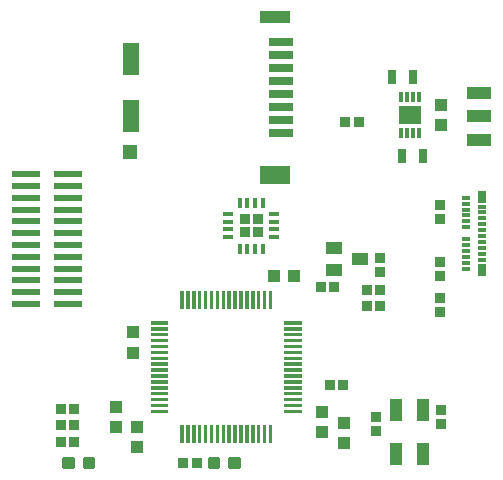
<source format=gbr>
G04 EAGLE Gerber RS-274X export*
G75*
%MOMM*%
%FSLAX34Y34*%
%LPD*%
%INSolderpaste Bottom*%
%IPPOS*%
%AMOC8*
5,1,8,0,0,1.08239X$1,22.5*%
G01*
%ADD10R,1.000000X1.100000*%
%ADD11R,1.100000X1.000000*%
%ADD12C,0.070000*%
%ADD13R,0.850000X0.900000*%
%ADD14R,0.880000X0.880000*%
%ADD15R,0.320000X0.860000*%
%ADD16R,0.860000X0.320000*%
%ADD17R,2.030000X1.019981*%
%ADD18R,2.030000X1.019988*%
%ADD19R,2.030000X1.019991*%
%ADD20R,2.029991X1.019991*%
%ADD21R,0.304800X0.812800*%
%ADD22R,1.879600X1.600200*%
%ADD23R,0.800000X1.200000*%
%ADD24R,0.700000X0.300000*%
%ADD25R,0.700000X1.000000*%
%ADD26R,0.900000X0.850000*%
%ADD27R,1.400000X1.000000*%
%ADD28C,0.300000*%
%ADD29R,2.000000X0.700000*%
%ADD30R,2.600000X1.000000*%
%ADD31R,2.600000X1.500000*%
%ADD32R,1.400000X2.700000*%
%ADD33R,1.200000X1.200000*%
%ADD34R,1.100000X1.900000*%
%ADD35R,2.413000X0.558800*%


D10*
X125857Y62094D03*
X125857Y45094D03*
D11*
X258690Y189738D03*
X241690Y189738D03*
D10*
X121945Y142002D03*
X121945Y125002D03*
D12*
X136960Y74480D02*
X150960Y74480D01*
X136960Y74480D02*
X136960Y76580D01*
X150960Y76580D01*
X150960Y74480D01*
X150960Y75145D02*
X136960Y75145D01*
X136960Y75810D02*
X150960Y75810D01*
X150960Y76475D02*
X136960Y76475D01*
X136960Y79480D02*
X150960Y79480D01*
X136960Y79480D02*
X136960Y81580D01*
X150960Y81580D01*
X150960Y79480D01*
X150960Y80145D02*
X136960Y80145D01*
X136960Y80810D02*
X150960Y80810D01*
X150960Y81475D02*
X136960Y81475D01*
X136960Y84480D02*
X150960Y84480D01*
X136960Y84480D02*
X136960Y86580D01*
X150960Y86580D01*
X150960Y84480D01*
X150960Y85145D02*
X136960Y85145D01*
X136960Y85810D02*
X150960Y85810D01*
X150960Y86475D02*
X136960Y86475D01*
X136960Y89480D02*
X150960Y89480D01*
X136960Y89480D02*
X136960Y91580D01*
X150960Y91580D01*
X150960Y89480D01*
X150960Y90145D02*
X136960Y90145D01*
X136960Y90810D02*
X150960Y90810D01*
X150960Y91475D02*
X136960Y91475D01*
X136960Y94480D02*
X150960Y94480D01*
X136960Y94480D02*
X136960Y96580D01*
X150960Y96580D01*
X150960Y94480D01*
X150960Y95145D02*
X136960Y95145D01*
X136960Y95810D02*
X150960Y95810D01*
X150960Y96475D02*
X136960Y96475D01*
X136960Y99480D02*
X150960Y99480D01*
X136960Y99480D02*
X136960Y101580D01*
X150960Y101580D01*
X150960Y99480D01*
X150960Y100145D02*
X136960Y100145D01*
X136960Y100810D02*
X150960Y100810D01*
X150960Y101475D02*
X136960Y101475D01*
X136960Y104480D02*
X150960Y104480D01*
X136960Y104480D02*
X136960Y106580D01*
X150960Y106580D01*
X150960Y104480D01*
X150960Y105145D02*
X136960Y105145D01*
X136960Y105810D02*
X150960Y105810D01*
X150960Y106475D02*
X136960Y106475D01*
X136960Y109480D02*
X150960Y109480D01*
X136960Y109480D02*
X136960Y111580D01*
X150960Y111580D01*
X150960Y109480D01*
X150960Y110145D02*
X136960Y110145D01*
X136960Y110810D02*
X150960Y110810D01*
X150960Y111475D02*
X136960Y111475D01*
X136960Y114480D02*
X150960Y114480D01*
X136960Y114480D02*
X136960Y116580D01*
X150960Y116580D01*
X150960Y114480D01*
X150960Y115145D02*
X136960Y115145D01*
X136960Y115810D02*
X150960Y115810D01*
X150960Y116475D02*
X136960Y116475D01*
X136960Y119480D02*
X150960Y119480D01*
X136960Y119480D02*
X136960Y121580D01*
X150960Y121580D01*
X150960Y119480D01*
X150960Y120145D02*
X136960Y120145D01*
X136960Y120810D02*
X150960Y120810D01*
X150960Y121475D02*
X136960Y121475D01*
X136960Y124480D02*
X150960Y124480D01*
X136960Y124480D02*
X136960Y126580D01*
X150960Y126580D01*
X150960Y124480D01*
X150960Y125145D02*
X136960Y125145D01*
X136960Y125810D02*
X150960Y125810D01*
X150960Y126475D02*
X136960Y126475D01*
X136960Y129480D02*
X150960Y129480D01*
X136960Y129480D02*
X136960Y131580D01*
X150960Y131580D01*
X150960Y129480D01*
X150960Y130145D02*
X136960Y130145D01*
X136960Y130810D02*
X150960Y130810D01*
X150960Y131475D02*
X136960Y131475D01*
X136960Y134480D02*
X150960Y134480D01*
X136960Y134480D02*
X136960Y136580D01*
X150960Y136580D01*
X150960Y134480D01*
X150960Y135145D02*
X136960Y135145D01*
X136960Y135810D02*
X150960Y135810D01*
X150960Y136475D02*
X136960Y136475D01*
X136960Y139480D02*
X150960Y139480D01*
X136960Y139480D02*
X136960Y141580D01*
X150960Y141580D01*
X150960Y139480D01*
X150960Y140145D02*
X136960Y140145D01*
X136960Y140810D02*
X150960Y140810D01*
X150960Y141475D02*
X136960Y141475D01*
X136960Y144480D02*
X150960Y144480D01*
X136960Y144480D02*
X136960Y146580D01*
X150960Y146580D01*
X150960Y144480D01*
X150960Y145145D02*
X136960Y145145D01*
X136960Y145810D02*
X150960Y145810D01*
X150960Y146475D02*
X136960Y146475D01*
X136960Y149480D02*
X150960Y149480D01*
X136960Y149480D02*
X136960Y151580D01*
X150960Y151580D01*
X150960Y149480D01*
X150960Y150145D02*
X136960Y150145D01*
X136960Y150810D02*
X150960Y150810D01*
X150960Y151475D02*
X136960Y151475D01*
X250360Y149480D02*
X264360Y149480D01*
X250360Y149480D02*
X250360Y151580D01*
X264360Y151580D01*
X264360Y149480D01*
X264360Y150145D02*
X250360Y150145D01*
X250360Y150810D02*
X264360Y150810D01*
X264360Y151475D02*
X250360Y151475D01*
X250360Y144480D02*
X264360Y144480D01*
X250360Y144480D02*
X250360Y146580D01*
X264360Y146580D01*
X264360Y144480D01*
X264360Y145145D02*
X250360Y145145D01*
X250360Y145810D02*
X264360Y145810D01*
X264360Y146475D02*
X250360Y146475D01*
X250360Y139480D02*
X264360Y139480D01*
X250360Y139480D02*
X250360Y141580D01*
X264360Y141580D01*
X264360Y139480D01*
X264360Y140145D02*
X250360Y140145D01*
X250360Y140810D02*
X264360Y140810D01*
X264360Y141475D02*
X250360Y141475D01*
X250360Y134480D02*
X264360Y134480D01*
X250360Y134480D02*
X250360Y136580D01*
X264360Y136580D01*
X264360Y134480D01*
X264360Y135145D02*
X250360Y135145D01*
X250360Y135810D02*
X264360Y135810D01*
X264360Y136475D02*
X250360Y136475D01*
X250360Y129480D02*
X264360Y129480D01*
X250360Y129480D02*
X250360Y131580D01*
X264360Y131580D01*
X264360Y129480D01*
X264360Y130145D02*
X250360Y130145D01*
X250360Y130810D02*
X264360Y130810D01*
X264360Y131475D02*
X250360Y131475D01*
X250360Y124480D02*
X264360Y124480D01*
X250360Y124480D02*
X250360Y126580D01*
X264360Y126580D01*
X264360Y124480D01*
X264360Y125145D02*
X250360Y125145D01*
X250360Y125810D02*
X264360Y125810D01*
X264360Y126475D02*
X250360Y126475D01*
X250360Y119480D02*
X264360Y119480D01*
X250360Y119480D02*
X250360Y121580D01*
X264360Y121580D01*
X264360Y119480D01*
X264360Y120145D02*
X250360Y120145D01*
X250360Y120810D02*
X264360Y120810D01*
X264360Y121475D02*
X250360Y121475D01*
X250360Y114480D02*
X264360Y114480D01*
X250360Y114480D02*
X250360Y116580D01*
X264360Y116580D01*
X264360Y114480D01*
X264360Y115145D02*
X250360Y115145D01*
X250360Y115810D02*
X264360Y115810D01*
X264360Y116475D02*
X250360Y116475D01*
X250360Y109480D02*
X264360Y109480D01*
X250360Y109480D02*
X250360Y111580D01*
X264360Y111580D01*
X264360Y109480D01*
X264360Y110145D02*
X250360Y110145D01*
X250360Y110810D02*
X264360Y110810D01*
X264360Y111475D02*
X250360Y111475D01*
X250360Y104480D02*
X264360Y104480D01*
X250360Y104480D02*
X250360Y106580D01*
X264360Y106580D01*
X264360Y104480D01*
X264360Y105145D02*
X250360Y105145D01*
X250360Y105810D02*
X264360Y105810D01*
X264360Y106475D02*
X250360Y106475D01*
X250360Y99480D02*
X264360Y99480D01*
X250360Y99480D02*
X250360Y101580D01*
X264360Y101580D01*
X264360Y99480D01*
X264360Y100145D02*
X250360Y100145D01*
X250360Y100810D02*
X264360Y100810D01*
X264360Y101475D02*
X250360Y101475D01*
X250360Y94480D02*
X264360Y94480D01*
X250360Y94480D02*
X250360Y96580D01*
X264360Y96580D01*
X264360Y94480D01*
X264360Y95145D02*
X250360Y95145D01*
X250360Y95810D02*
X264360Y95810D01*
X264360Y96475D02*
X250360Y96475D01*
X250360Y89480D02*
X264360Y89480D01*
X250360Y89480D02*
X250360Y91580D01*
X264360Y91580D01*
X264360Y89480D01*
X264360Y90145D02*
X250360Y90145D01*
X250360Y90810D02*
X264360Y90810D01*
X264360Y91475D02*
X250360Y91475D01*
X250360Y84480D02*
X264360Y84480D01*
X250360Y84480D02*
X250360Y86580D01*
X264360Y86580D01*
X264360Y84480D01*
X264360Y85145D02*
X250360Y85145D01*
X250360Y85810D02*
X264360Y85810D01*
X264360Y86475D02*
X250360Y86475D01*
X250360Y79480D02*
X264360Y79480D01*
X250360Y79480D02*
X250360Y81580D01*
X264360Y81580D01*
X264360Y79480D01*
X264360Y80145D02*
X250360Y80145D01*
X250360Y80810D02*
X264360Y80810D01*
X264360Y81475D02*
X250360Y81475D01*
X250360Y74480D02*
X264360Y74480D01*
X250360Y74480D02*
X250360Y76580D01*
X264360Y76580D01*
X264360Y74480D01*
X264360Y75145D02*
X250360Y75145D01*
X250360Y75810D02*
X264360Y75810D01*
X264360Y76475D02*
X250360Y76475D01*
X239210Y63330D02*
X239210Y49330D01*
X237110Y49330D01*
X237110Y63330D01*
X239210Y63330D01*
X239210Y49995D02*
X237110Y49995D01*
X237110Y50660D02*
X239210Y50660D01*
X239210Y51325D02*
X237110Y51325D01*
X237110Y51990D02*
X239210Y51990D01*
X239210Y52655D02*
X237110Y52655D01*
X237110Y53320D02*
X239210Y53320D01*
X239210Y53985D02*
X237110Y53985D01*
X237110Y54650D02*
X239210Y54650D01*
X239210Y55315D02*
X237110Y55315D01*
X237110Y55980D02*
X239210Y55980D01*
X239210Y56645D02*
X237110Y56645D01*
X237110Y57310D02*
X239210Y57310D01*
X239210Y57975D02*
X237110Y57975D01*
X237110Y58640D02*
X239210Y58640D01*
X239210Y59305D02*
X237110Y59305D01*
X237110Y59970D02*
X239210Y59970D01*
X239210Y60635D02*
X237110Y60635D01*
X237110Y61300D02*
X239210Y61300D01*
X239210Y61965D02*
X237110Y61965D01*
X237110Y62630D02*
X239210Y62630D01*
X239210Y63295D02*
X237110Y63295D01*
X234210Y63330D02*
X234210Y49330D01*
X232110Y49330D01*
X232110Y63330D01*
X234210Y63330D01*
X234210Y49995D02*
X232110Y49995D01*
X232110Y50660D02*
X234210Y50660D01*
X234210Y51325D02*
X232110Y51325D01*
X232110Y51990D02*
X234210Y51990D01*
X234210Y52655D02*
X232110Y52655D01*
X232110Y53320D02*
X234210Y53320D01*
X234210Y53985D02*
X232110Y53985D01*
X232110Y54650D02*
X234210Y54650D01*
X234210Y55315D02*
X232110Y55315D01*
X232110Y55980D02*
X234210Y55980D01*
X234210Y56645D02*
X232110Y56645D01*
X232110Y57310D02*
X234210Y57310D01*
X234210Y57975D02*
X232110Y57975D01*
X232110Y58640D02*
X234210Y58640D01*
X234210Y59305D02*
X232110Y59305D01*
X232110Y59970D02*
X234210Y59970D01*
X234210Y60635D02*
X232110Y60635D01*
X232110Y61300D02*
X234210Y61300D01*
X234210Y61965D02*
X232110Y61965D01*
X232110Y62630D02*
X234210Y62630D01*
X234210Y63295D02*
X232110Y63295D01*
X229210Y63330D02*
X229210Y49330D01*
X227110Y49330D01*
X227110Y63330D01*
X229210Y63330D01*
X229210Y49995D02*
X227110Y49995D01*
X227110Y50660D02*
X229210Y50660D01*
X229210Y51325D02*
X227110Y51325D01*
X227110Y51990D02*
X229210Y51990D01*
X229210Y52655D02*
X227110Y52655D01*
X227110Y53320D02*
X229210Y53320D01*
X229210Y53985D02*
X227110Y53985D01*
X227110Y54650D02*
X229210Y54650D01*
X229210Y55315D02*
X227110Y55315D01*
X227110Y55980D02*
X229210Y55980D01*
X229210Y56645D02*
X227110Y56645D01*
X227110Y57310D02*
X229210Y57310D01*
X229210Y57975D02*
X227110Y57975D01*
X227110Y58640D02*
X229210Y58640D01*
X229210Y59305D02*
X227110Y59305D01*
X227110Y59970D02*
X229210Y59970D01*
X229210Y60635D02*
X227110Y60635D01*
X227110Y61300D02*
X229210Y61300D01*
X229210Y61965D02*
X227110Y61965D01*
X227110Y62630D02*
X229210Y62630D01*
X229210Y63295D02*
X227110Y63295D01*
X224210Y63330D02*
X224210Y49330D01*
X222110Y49330D01*
X222110Y63330D01*
X224210Y63330D01*
X224210Y49995D02*
X222110Y49995D01*
X222110Y50660D02*
X224210Y50660D01*
X224210Y51325D02*
X222110Y51325D01*
X222110Y51990D02*
X224210Y51990D01*
X224210Y52655D02*
X222110Y52655D01*
X222110Y53320D02*
X224210Y53320D01*
X224210Y53985D02*
X222110Y53985D01*
X222110Y54650D02*
X224210Y54650D01*
X224210Y55315D02*
X222110Y55315D01*
X222110Y55980D02*
X224210Y55980D01*
X224210Y56645D02*
X222110Y56645D01*
X222110Y57310D02*
X224210Y57310D01*
X224210Y57975D02*
X222110Y57975D01*
X222110Y58640D02*
X224210Y58640D01*
X224210Y59305D02*
X222110Y59305D01*
X222110Y59970D02*
X224210Y59970D01*
X224210Y60635D02*
X222110Y60635D01*
X222110Y61300D02*
X224210Y61300D01*
X224210Y61965D02*
X222110Y61965D01*
X222110Y62630D02*
X224210Y62630D01*
X224210Y63295D02*
X222110Y63295D01*
X219210Y63330D02*
X219210Y49330D01*
X217110Y49330D01*
X217110Y63330D01*
X219210Y63330D01*
X219210Y49995D02*
X217110Y49995D01*
X217110Y50660D02*
X219210Y50660D01*
X219210Y51325D02*
X217110Y51325D01*
X217110Y51990D02*
X219210Y51990D01*
X219210Y52655D02*
X217110Y52655D01*
X217110Y53320D02*
X219210Y53320D01*
X219210Y53985D02*
X217110Y53985D01*
X217110Y54650D02*
X219210Y54650D01*
X219210Y55315D02*
X217110Y55315D01*
X217110Y55980D02*
X219210Y55980D01*
X219210Y56645D02*
X217110Y56645D01*
X217110Y57310D02*
X219210Y57310D01*
X219210Y57975D02*
X217110Y57975D01*
X217110Y58640D02*
X219210Y58640D01*
X219210Y59305D02*
X217110Y59305D01*
X217110Y59970D02*
X219210Y59970D01*
X219210Y60635D02*
X217110Y60635D01*
X217110Y61300D02*
X219210Y61300D01*
X219210Y61965D02*
X217110Y61965D01*
X217110Y62630D02*
X219210Y62630D01*
X219210Y63295D02*
X217110Y63295D01*
X214210Y63330D02*
X214210Y49330D01*
X212110Y49330D01*
X212110Y63330D01*
X214210Y63330D01*
X214210Y49995D02*
X212110Y49995D01*
X212110Y50660D02*
X214210Y50660D01*
X214210Y51325D02*
X212110Y51325D01*
X212110Y51990D02*
X214210Y51990D01*
X214210Y52655D02*
X212110Y52655D01*
X212110Y53320D02*
X214210Y53320D01*
X214210Y53985D02*
X212110Y53985D01*
X212110Y54650D02*
X214210Y54650D01*
X214210Y55315D02*
X212110Y55315D01*
X212110Y55980D02*
X214210Y55980D01*
X214210Y56645D02*
X212110Y56645D01*
X212110Y57310D02*
X214210Y57310D01*
X214210Y57975D02*
X212110Y57975D01*
X212110Y58640D02*
X214210Y58640D01*
X214210Y59305D02*
X212110Y59305D01*
X212110Y59970D02*
X214210Y59970D01*
X214210Y60635D02*
X212110Y60635D01*
X212110Y61300D02*
X214210Y61300D01*
X214210Y61965D02*
X212110Y61965D01*
X212110Y62630D02*
X214210Y62630D01*
X214210Y63295D02*
X212110Y63295D01*
X209210Y63330D02*
X209210Y49330D01*
X207110Y49330D01*
X207110Y63330D01*
X209210Y63330D01*
X209210Y49995D02*
X207110Y49995D01*
X207110Y50660D02*
X209210Y50660D01*
X209210Y51325D02*
X207110Y51325D01*
X207110Y51990D02*
X209210Y51990D01*
X209210Y52655D02*
X207110Y52655D01*
X207110Y53320D02*
X209210Y53320D01*
X209210Y53985D02*
X207110Y53985D01*
X207110Y54650D02*
X209210Y54650D01*
X209210Y55315D02*
X207110Y55315D01*
X207110Y55980D02*
X209210Y55980D01*
X209210Y56645D02*
X207110Y56645D01*
X207110Y57310D02*
X209210Y57310D01*
X209210Y57975D02*
X207110Y57975D01*
X207110Y58640D02*
X209210Y58640D01*
X209210Y59305D02*
X207110Y59305D01*
X207110Y59970D02*
X209210Y59970D01*
X209210Y60635D02*
X207110Y60635D01*
X207110Y61300D02*
X209210Y61300D01*
X209210Y61965D02*
X207110Y61965D01*
X207110Y62630D02*
X209210Y62630D01*
X209210Y63295D02*
X207110Y63295D01*
X204210Y63330D02*
X204210Y49330D01*
X202110Y49330D01*
X202110Y63330D01*
X204210Y63330D01*
X204210Y49995D02*
X202110Y49995D01*
X202110Y50660D02*
X204210Y50660D01*
X204210Y51325D02*
X202110Y51325D01*
X202110Y51990D02*
X204210Y51990D01*
X204210Y52655D02*
X202110Y52655D01*
X202110Y53320D02*
X204210Y53320D01*
X204210Y53985D02*
X202110Y53985D01*
X202110Y54650D02*
X204210Y54650D01*
X204210Y55315D02*
X202110Y55315D01*
X202110Y55980D02*
X204210Y55980D01*
X204210Y56645D02*
X202110Y56645D01*
X202110Y57310D02*
X204210Y57310D01*
X204210Y57975D02*
X202110Y57975D01*
X202110Y58640D02*
X204210Y58640D01*
X204210Y59305D02*
X202110Y59305D01*
X202110Y59970D02*
X204210Y59970D01*
X204210Y60635D02*
X202110Y60635D01*
X202110Y61300D02*
X204210Y61300D01*
X204210Y61965D02*
X202110Y61965D01*
X202110Y62630D02*
X204210Y62630D01*
X204210Y63295D02*
X202110Y63295D01*
X199210Y63330D02*
X199210Y49330D01*
X197110Y49330D01*
X197110Y63330D01*
X199210Y63330D01*
X199210Y49995D02*
X197110Y49995D01*
X197110Y50660D02*
X199210Y50660D01*
X199210Y51325D02*
X197110Y51325D01*
X197110Y51990D02*
X199210Y51990D01*
X199210Y52655D02*
X197110Y52655D01*
X197110Y53320D02*
X199210Y53320D01*
X199210Y53985D02*
X197110Y53985D01*
X197110Y54650D02*
X199210Y54650D01*
X199210Y55315D02*
X197110Y55315D01*
X197110Y55980D02*
X199210Y55980D01*
X199210Y56645D02*
X197110Y56645D01*
X197110Y57310D02*
X199210Y57310D01*
X199210Y57975D02*
X197110Y57975D01*
X197110Y58640D02*
X199210Y58640D01*
X199210Y59305D02*
X197110Y59305D01*
X197110Y59970D02*
X199210Y59970D01*
X199210Y60635D02*
X197110Y60635D01*
X197110Y61300D02*
X199210Y61300D01*
X199210Y61965D02*
X197110Y61965D01*
X197110Y62630D02*
X199210Y62630D01*
X199210Y63295D02*
X197110Y63295D01*
X194210Y63330D02*
X194210Y49330D01*
X192110Y49330D01*
X192110Y63330D01*
X194210Y63330D01*
X194210Y49995D02*
X192110Y49995D01*
X192110Y50660D02*
X194210Y50660D01*
X194210Y51325D02*
X192110Y51325D01*
X192110Y51990D02*
X194210Y51990D01*
X194210Y52655D02*
X192110Y52655D01*
X192110Y53320D02*
X194210Y53320D01*
X194210Y53985D02*
X192110Y53985D01*
X192110Y54650D02*
X194210Y54650D01*
X194210Y55315D02*
X192110Y55315D01*
X192110Y55980D02*
X194210Y55980D01*
X194210Y56645D02*
X192110Y56645D01*
X192110Y57310D02*
X194210Y57310D01*
X194210Y57975D02*
X192110Y57975D01*
X192110Y58640D02*
X194210Y58640D01*
X194210Y59305D02*
X192110Y59305D01*
X192110Y59970D02*
X194210Y59970D01*
X194210Y60635D02*
X192110Y60635D01*
X192110Y61300D02*
X194210Y61300D01*
X194210Y61965D02*
X192110Y61965D01*
X192110Y62630D02*
X194210Y62630D01*
X194210Y63295D02*
X192110Y63295D01*
X189210Y63330D02*
X189210Y49330D01*
X187110Y49330D01*
X187110Y63330D01*
X189210Y63330D01*
X189210Y49995D02*
X187110Y49995D01*
X187110Y50660D02*
X189210Y50660D01*
X189210Y51325D02*
X187110Y51325D01*
X187110Y51990D02*
X189210Y51990D01*
X189210Y52655D02*
X187110Y52655D01*
X187110Y53320D02*
X189210Y53320D01*
X189210Y53985D02*
X187110Y53985D01*
X187110Y54650D02*
X189210Y54650D01*
X189210Y55315D02*
X187110Y55315D01*
X187110Y55980D02*
X189210Y55980D01*
X189210Y56645D02*
X187110Y56645D01*
X187110Y57310D02*
X189210Y57310D01*
X189210Y57975D02*
X187110Y57975D01*
X187110Y58640D02*
X189210Y58640D01*
X189210Y59305D02*
X187110Y59305D01*
X187110Y59970D02*
X189210Y59970D01*
X189210Y60635D02*
X187110Y60635D01*
X187110Y61300D02*
X189210Y61300D01*
X189210Y61965D02*
X187110Y61965D01*
X187110Y62630D02*
X189210Y62630D01*
X189210Y63295D02*
X187110Y63295D01*
X184210Y63330D02*
X184210Y49330D01*
X182110Y49330D01*
X182110Y63330D01*
X184210Y63330D01*
X184210Y49995D02*
X182110Y49995D01*
X182110Y50660D02*
X184210Y50660D01*
X184210Y51325D02*
X182110Y51325D01*
X182110Y51990D02*
X184210Y51990D01*
X184210Y52655D02*
X182110Y52655D01*
X182110Y53320D02*
X184210Y53320D01*
X184210Y53985D02*
X182110Y53985D01*
X182110Y54650D02*
X184210Y54650D01*
X184210Y55315D02*
X182110Y55315D01*
X182110Y55980D02*
X184210Y55980D01*
X184210Y56645D02*
X182110Y56645D01*
X182110Y57310D02*
X184210Y57310D01*
X184210Y57975D02*
X182110Y57975D01*
X182110Y58640D02*
X184210Y58640D01*
X184210Y59305D02*
X182110Y59305D01*
X182110Y59970D02*
X184210Y59970D01*
X184210Y60635D02*
X182110Y60635D01*
X182110Y61300D02*
X184210Y61300D01*
X184210Y61965D02*
X182110Y61965D01*
X182110Y62630D02*
X184210Y62630D01*
X184210Y63295D02*
X182110Y63295D01*
X179210Y63330D02*
X179210Y49330D01*
X177110Y49330D01*
X177110Y63330D01*
X179210Y63330D01*
X179210Y49995D02*
X177110Y49995D01*
X177110Y50660D02*
X179210Y50660D01*
X179210Y51325D02*
X177110Y51325D01*
X177110Y51990D02*
X179210Y51990D01*
X179210Y52655D02*
X177110Y52655D01*
X177110Y53320D02*
X179210Y53320D01*
X179210Y53985D02*
X177110Y53985D01*
X177110Y54650D02*
X179210Y54650D01*
X179210Y55315D02*
X177110Y55315D01*
X177110Y55980D02*
X179210Y55980D01*
X179210Y56645D02*
X177110Y56645D01*
X177110Y57310D02*
X179210Y57310D01*
X179210Y57975D02*
X177110Y57975D01*
X177110Y58640D02*
X179210Y58640D01*
X179210Y59305D02*
X177110Y59305D01*
X177110Y59970D02*
X179210Y59970D01*
X179210Y60635D02*
X177110Y60635D01*
X177110Y61300D02*
X179210Y61300D01*
X179210Y61965D02*
X177110Y61965D01*
X177110Y62630D02*
X179210Y62630D01*
X179210Y63295D02*
X177110Y63295D01*
X174210Y63330D02*
X174210Y49330D01*
X172110Y49330D01*
X172110Y63330D01*
X174210Y63330D01*
X174210Y49995D02*
X172110Y49995D01*
X172110Y50660D02*
X174210Y50660D01*
X174210Y51325D02*
X172110Y51325D01*
X172110Y51990D02*
X174210Y51990D01*
X174210Y52655D02*
X172110Y52655D01*
X172110Y53320D02*
X174210Y53320D01*
X174210Y53985D02*
X172110Y53985D01*
X172110Y54650D02*
X174210Y54650D01*
X174210Y55315D02*
X172110Y55315D01*
X172110Y55980D02*
X174210Y55980D01*
X174210Y56645D02*
X172110Y56645D01*
X172110Y57310D02*
X174210Y57310D01*
X174210Y57975D02*
X172110Y57975D01*
X172110Y58640D02*
X174210Y58640D01*
X174210Y59305D02*
X172110Y59305D01*
X172110Y59970D02*
X174210Y59970D01*
X174210Y60635D02*
X172110Y60635D01*
X172110Y61300D02*
X174210Y61300D01*
X174210Y61965D02*
X172110Y61965D01*
X172110Y62630D02*
X174210Y62630D01*
X174210Y63295D02*
X172110Y63295D01*
X169210Y63330D02*
X169210Y49330D01*
X167110Y49330D01*
X167110Y63330D01*
X169210Y63330D01*
X169210Y49995D02*
X167110Y49995D01*
X167110Y50660D02*
X169210Y50660D01*
X169210Y51325D02*
X167110Y51325D01*
X167110Y51990D02*
X169210Y51990D01*
X169210Y52655D02*
X167110Y52655D01*
X167110Y53320D02*
X169210Y53320D01*
X169210Y53985D02*
X167110Y53985D01*
X167110Y54650D02*
X169210Y54650D01*
X169210Y55315D02*
X167110Y55315D01*
X167110Y55980D02*
X169210Y55980D01*
X169210Y56645D02*
X167110Y56645D01*
X167110Y57310D02*
X169210Y57310D01*
X169210Y57975D02*
X167110Y57975D01*
X167110Y58640D02*
X169210Y58640D01*
X169210Y59305D02*
X167110Y59305D01*
X167110Y59970D02*
X169210Y59970D01*
X169210Y60635D02*
X167110Y60635D01*
X167110Y61300D02*
X169210Y61300D01*
X169210Y61965D02*
X167110Y61965D01*
X167110Y62630D02*
X169210Y62630D01*
X169210Y63295D02*
X167110Y63295D01*
X164210Y63330D02*
X164210Y49330D01*
X162110Y49330D01*
X162110Y63330D01*
X164210Y63330D01*
X164210Y49995D02*
X162110Y49995D01*
X162110Y50660D02*
X164210Y50660D01*
X164210Y51325D02*
X162110Y51325D01*
X162110Y51990D02*
X164210Y51990D01*
X164210Y52655D02*
X162110Y52655D01*
X162110Y53320D02*
X164210Y53320D01*
X164210Y53985D02*
X162110Y53985D01*
X162110Y54650D02*
X164210Y54650D01*
X164210Y55315D02*
X162110Y55315D01*
X162110Y55980D02*
X164210Y55980D01*
X164210Y56645D02*
X162110Y56645D01*
X162110Y57310D02*
X164210Y57310D01*
X164210Y57975D02*
X162110Y57975D01*
X162110Y58640D02*
X164210Y58640D01*
X164210Y59305D02*
X162110Y59305D01*
X162110Y59970D02*
X164210Y59970D01*
X164210Y60635D02*
X162110Y60635D01*
X162110Y61300D02*
X164210Y61300D01*
X164210Y61965D02*
X162110Y61965D01*
X162110Y62630D02*
X164210Y62630D01*
X164210Y63295D02*
X162110Y63295D01*
X164210Y162730D02*
X164210Y176730D01*
X164210Y162730D02*
X162110Y162730D01*
X162110Y176730D01*
X164210Y176730D01*
X164210Y163395D02*
X162110Y163395D01*
X162110Y164060D02*
X164210Y164060D01*
X164210Y164725D02*
X162110Y164725D01*
X162110Y165390D02*
X164210Y165390D01*
X164210Y166055D02*
X162110Y166055D01*
X162110Y166720D02*
X164210Y166720D01*
X164210Y167385D02*
X162110Y167385D01*
X162110Y168050D02*
X164210Y168050D01*
X164210Y168715D02*
X162110Y168715D01*
X162110Y169380D02*
X164210Y169380D01*
X164210Y170045D02*
X162110Y170045D01*
X162110Y170710D02*
X164210Y170710D01*
X164210Y171375D02*
X162110Y171375D01*
X162110Y172040D02*
X164210Y172040D01*
X164210Y172705D02*
X162110Y172705D01*
X162110Y173370D02*
X164210Y173370D01*
X164210Y174035D02*
X162110Y174035D01*
X162110Y174700D02*
X164210Y174700D01*
X164210Y175365D02*
X162110Y175365D01*
X162110Y176030D02*
X164210Y176030D01*
X164210Y176695D02*
X162110Y176695D01*
X169210Y176730D02*
X169210Y162730D01*
X167110Y162730D01*
X167110Y176730D01*
X169210Y176730D01*
X169210Y163395D02*
X167110Y163395D01*
X167110Y164060D02*
X169210Y164060D01*
X169210Y164725D02*
X167110Y164725D01*
X167110Y165390D02*
X169210Y165390D01*
X169210Y166055D02*
X167110Y166055D01*
X167110Y166720D02*
X169210Y166720D01*
X169210Y167385D02*
X167110Y167385D01*
X167110Y168050D02*
X169210Y168050D01*
X169210Y168715D02*
X167110Y168715D01*
X167110Y169380D02*
X169210Y169380D01*
X169210Y170045D02*
X167110Y170045D01*
X167110Y170710D02*
X169210Y170710D01*
X169210Y171375D02*
X167110Y171375D01*
X167110Y172040D02*
X169210Y172040D01*
X169210Y172705D02*
X167110Y172705D01*
X167110Y173370D02*
X169210Y173370D01*
X169210Y174035D02*
X167110Y174035D01*
X167110Y174700D02*
X169210Y174700D01*
X169210Y175365D02*
X167110Y175365D01*
X167110Y176030D02*
X169210Y176030D01*
X169210Y176695D02*
X167110Y176695D01*
X174210Y176730D02*
X174210Y162730D01*
X172110Y162730D01*
X172110Y176730D01*
X174210Y176730D01*
X174210Y163395D02*
X172110Y163395D01*
X172110Y164060D02*
X174210Y164060D01*
X174210Y164725D02*
X172110Y164725D01*
X172110Y165390D02*
X174210Y165390D01*
X174210Y166055D02*
X172110Y166055D01*
X172110Y166720D02*
X174210Y166720D01*
X174210Y167385D02*
X172110Y167385D01*
X172110Y168050D02*
X174210Y168050D01*
X174210Y168715D02*
X172110Y168715D01*
X172110Y169380D02*
X174210Y169380D01*
X174210Y170045D02*
X172110Y170045D01*
X172110Y170710D02*
X174210Y170710D01*
X174210Y171375D02*
X172110Y171375D01*
X172110Y172040D02*
X174210Y172040D01*
X174210Y172705D02*
X172110Y172705D01*
X172110Y173370D02*
X174210Y173370D01*
X174210Y174035D02*
X172110Y174035D01*
X172110Y174700D02*
X174210Y174700D01*
X174210Y175365D02*
X172110Y175365D01*
X172110Y176030D02*
X174210Y176030D01*
X174210Y176695D02*
X172110Y176695D01*
X179210Y176730D02*
X179210Y162730D01*
X177110Y162730D01*
X177110Y176730D01*
X179210Y176730D01*
X179210Y163395D02*
X177110Y163395D01*
X177110Y164060D02*
X179210Y164060D01*
X179210Y164725D02*
X177110Y164725D01*
X177110Y165390D02*
X179210Y165390D01*
X179210Y166055D02*
X177110Y166055D01*
X177110Y166720D02*
X179210Y166720D01*
X179210Y167385D02*
X177110Y167385D01*
X177110Y168050D02*
X179210Y168050D01*
X179210Y168715D02*
X177110Y168715D01*
X177110Y169380D02*
X179210Y169380D01*
X179210Y170045D02*
X177110Y170045D01*
X177110Y170710D02*
X179210Y170710D01*
X179210Y171375D02*
X177110Y171375D01*
X177110Y172040D02*
X179210Y172040D01*
X179210Y172705D02*
X177110Y172705D01*
X177110Y173370D02*
X179210Y173370D01*
X179210Y174035D02*
X177110Y174035D01*
X177110Y174700D02*
X179210Y174700D01*
X179210Y175365D02*
X177110Y175365D01*
X177110Y176030D02*
X179210Y176030D01*
X179210Y176695D02*
X177110Y176695D01*
X184210Y176730D02*
X184210Y162730D01*
X182110Y162730D01*
X182110Y176730D01*
X184210Y176730D01*
X184210Y163395D02*
X182110Y163395D01*
X182110Y164060D02*
X184210Y164060D01*
X184210Y164725D02*
X182110Y164725D01*
X182110Y165390D02*
X184210Y165390D01*
X184210Y166055D02*
X182110Y166055D01*
X182110Y166720D02*
X184210Y166720D01*
X184210Y167385D02*
X182110Y167385D01*
X182110Y168050D02*
X184210Y168050D01*
X184210Y168715D02*
X182110Y168715D01*
X182110Y169380D02*
X184210Y169380D01*
X184210Y170045D02*
X182110Y170045D01*
X182110Y170710D02*
X184210Y170710D01*
X184210Y171375D02*
X182110Y171375D01*
X182110Y172040D02*
X184210Y172040D01*
X184210Y172705D02*
X182110Y172705D01*
X182110Y173370D02*
X184210Y173370D01*
X184210Y174035D02*
X182110Y174035D01*
X182110Y174700D02*
X184210Y174700D01*
X184210Y175365D02*
X182110Y175365D01*
X182110Y176030D02*
X184210Y176030D01*
X184210Y176695D02*
X182110Y176695D01*
X189210Y176730D02*
X189210Y162730D01*
X187110Y162730D01*
X187110Y176730D01*
X189210Y176730D01*
X189210Y163395D02*
X187110Y163395D01*
X187110Y164060D02*
X189210Y164060D01*
X189210Y164725D02*
X187110Y164725D01*
X187110Y165390D02*
X189210Y165390D01*
X189210Y166055D02*
X187110Y166055D01*
X187110Y166720D02*
X189210Y166720D01*
X189210Y167385D02*
X187110Y167385D01*
X187110Y168050D02*
X189210Y168050D01*
X189210Y168715D02*
X187110Y168715D01*
X187110Y169380D02*
X189210Y169380D01*
X189210Y170045D02*
X187110Y170045D01*
X187110Y170710D02*
X189210Y170710D01*
X189210Y171375D02*
X187110Y171375D01*
X187110Y172040D02*
X189210Y172040D01*
X189210Y172705D02*
X187110Y172705D01*
X187110Y173370D02*
X189210Y173370D01*
X189210Y174035D02*
X187110Y174035D01*
X187110Y174700D02*
X189210Y174700D01*
X189210Y175365D02*
X187110Y175365D01*
X187110Y176030D02*
X189210Y176030D01*
X189210Y176695D02*
X187110Y176695D01*
X194210Y176730D02*
X194210Y162730D01*
X192110Y162730D01*
X192110Y176730D01*
X194210Y176730D01*
X194210Y163395D02*
X192110Y163395D01*
X192110Y164060D02*
X194210Y164060D01*
X194210Y164725D02*
X192110Y164725D01*
X192110Y165390D02*
X194210Y165390D01*
X194210Y166055D02*
X192110Y166055D01*
X192110Y166720D02*
X194210Y166720D01*
X194210Y167385D02*
X192110Y167385D01*
X192110Y168050D02*
X194210Y168050D01*
X194210Y168715D02*
X192110Y168715D01*
X192110Y169380D02*
X194210Y169380D01*
X194210Y170045D02*
X192110Y170045D01*
X192110Y170710D02*
X194210Y170710D01*
X194210Y171375D02*
X192110Y171375D01*
X192110Y172040D02*
X194210Y172040D01*
X194210Y172705D02*
X192110Y172705D01*
X192110Y173370D02*
X194210Y173370D01*
X194210Y174035D02*
X192110Y174035D01*
X192110Y174700D02*
X194210Y174700D01*
X194210Y175365D02*
X192110Y175365D01*
X192110Y176030D02*
X194210Y176030D01*
X194210Y176695D02*
X192110Y176695D01*
X199210Y176730D02*
X199210Y162730D01*
X197110Y162730D01*
X197110Y176730D01*
X199210Y176730D01*
X199210Y163395D02*
X197110Y163395D01*
X197110Y164060D02*
X199210Y164060D01*
X199210Y164725D02*
X197110Y164725D01*
X197110Y165390D02*
X199210Y165390D01*
X199210Y166055D02*
X197110Y166055D01*
X197110Y166720D02*
X199210Y166720D01*
X199210Y167385D02*
X197110Y167385D01*
X197110Y168050D02*
X199210Y168050D01*
X199210Y168715D02*
X197110Y168715D01*
X197110Y169380D02*
X199210Y169380D01*
X199210Y170045D02*
X197110Y170045D01*
X197110Y170710D02*
X199210Y170710D01*
X199210Y171375D02*
X197110Y171375D01*
X197110Y172040D02*
X199210Y172040D01*
X199210Y172705D02*
X197110Y172705D01*
X197110Y173370D02*
X199210Y173370D01*
X199210Y174035D02*
X197110Y174035D01*
X197110Y174700D02*
X199210Y174700D01*
X199210Y175365D02*
X197110Y175365D01*
X197110Y176030D02*
X199210Y176030D01*
X199210Y176695D02*
X197110Y176695D01*
X204210Y176730D02*
X204210Y162730D01*
X202110Y162730D01*
X202110Y176730D01*
X204210Y176730D01*
X204210Y163395D02*
X202110Y163395D01*
X202110Y164060D02*
X204210Y164060D01*
X204210Y164725D02*
X202110Y164725D01*
X202110Y165390D02*
X204210Y165390D01*
X204210Y166055D02*
X202110Y166055D01*
X202110Y166720D02*
X204210Y166720D01*
X204210Y167385D02*
X202110Y167385D01*
X202110Y168050D02*
X204210Y168050D01*
X204210Y168715D02*
X202110Y168715D01*
X202110Y169380D02*
X204210Y169380D01*
X204210Y170045D02*
X202110Y170045D01*
X202110Y170710D02*
X204210Y170710D01*
X204210Y171375D02*
X202110Y171375D01*
X202110Y172040D02*
X204210Y172040D01*
X204210Y172705D02*
X202110Y172705D01*
X202110Y173370D02*
X204210Y173370D01*
X204210Y174035D02*
X202110Y174035D01*
X202110Y174700D02*
X204210Y174700D01*
X204210Y175365D02*
X202110Y175365D01*
X202110Y176030D02*
X204210Y176030D01*
X204210Y176695D02*
X202110Y176695D01*
X209210Y176730D02*
X209210Y162730D01*
X207110Y162730D01*
X207110Y176730D01*
X209210Y176730D01*
X209210Y163395D02*
X207110Y163395D01*
X207110Y164060D02*
X209210Y164060D01*
X209210Y164725D02*
X207110Y164725D01*
X207110Y165390D02*
X209210Y165390D01*
X209210Y166055D02*
X207110Y166055D01*
X207110Y166720D02*
X209210Y166720D01*
X209210Y167385D02*
X207110Y167385D01*
X207110Y168050D02*
X209210Y168050D01*
X209210Y168715D02*
X207110Y168715D01*
X207110Y169380D02*
X209210Y169380D01*
X209210Y170045D02*
X207110Y170045D01*
X207110Y170710D02*
X209210Y170710D01*
X209210Y171375D02*
X207110Y171375D01*
X207110Y172040D02*
X209210Y172040D01*
X209210Y172705D02*
X207110Y172705D01*
X207110Y173370D02*
X209210Y173370D01*
X209210Y174035D02*
X207110Y174035D01*
X207110Y174700D02*
X209210Y174700D01*
X209210Y175365D02*
X207110Y175365D01*
X207110Y176030D02*
X209210Y176030D01*
X209210Y176695D02*
X207110Y176695D01*
X214210Y176730D02*
X214210Y162730D01*
X212110Y162730D01*
X212110Y176730D01*
X214210Y176730D01*
X214210Y163395D02*
X212110Y163395D01*
X212110Y164060D02*
X214210Y164060D01*
X214210Y164725D02*
X212110Y164725D01*
X212110Y165390D02*
X214210Y165390D01*
X214210Y166055D02*
X212110Y166055D01*
X212110Y166720D02*
X214210Y166720D01*
X214210Y167385D02*
X212110Y167385D01*
X212110Y168050D02*
X214210Y168050D01*
X214210Y168715D02*
X212110Y168715D01*
X212110Y169380D02*
X214210Y169380D01*
X214210Y170045D02*
X212110Y170045D01*
X212110Y170710D02*
X214210Y170710D01*
X214210Y171375D02*
X212110Y171375D01*
X212110Y172040D02*
X214210Y172040D01*
X214210Y172705D02*
X212110Y172705D01*
X212110Y173370D02*
X214210Y173370D01*
X214210Y174035D02*
X212110Y174035D01*
X212110Y174700D02*
X214210Y174700D01*
X214210Y175365D02*
X212110Y175365D01*
X212110Y176030D02*
X214210Y176030D01*
X214210Y176695D02*
X212110Y176695D01*
X219210Y176730D02*
X219210Y162730D01*
X217110Y162730D01*
X217110Y176730D01*
X219210Y176730D01*
X219210Y163395D02*
X217110Y163395D01*
X217110Y164060D02*
X219210Y164060D01*
X219210Y164725D02*
X217110Y164725D01*
X217110Y165390D02*
X219210Y165390D01*
X219210Y166055D02*
X217110Y166055D01*
X217110Y166720D02*
X219210Y166720D01*
X219210Y167385D02*
X217110Y167385D01*
X217110Y168050D02*
X219210Y168050D01*
X219210Y168715D02*
X217110Y168715D01*
X217110Y169380D02*
X219210Y169380D01*
X219210Y170045D02*
X217110Y170045D01*
X217110Y170710D02*
X219210Y170710D01*
X219210Y171375D02*
X217110Y171375D01*
X217110Y172040D02*
X219210Y172040D01*
X219210Y172705D02*
X217110Y172705D01*
X217110Y173370D02*
X219210Y173370D01*
X219210Y174035D02*
X217110Y174035D01*
X217110Y174700D02*
X219210Y174700D01*
X219210Y175365D02*
X217110Y175365D01*
X217110Y176030D02*
X219210Y176030D01*
X219210Y176695D02*
X217110Y176695D01*
X224210Y176730D02*
X224210Y162730D01*
X222110Y162730D01*
X222110Y176730D01*
X224210Y176730D01*
X224210Y163395D02*
X222110Y163395D01*
X222110Y164060D02*
X224210Y164060D01*
X224210Y164725D02*
X222110Y164725D01*
X222110Y165390D02*
X224210Y165390D01*
X224210Y166055D02*
X222110Y166055D01*
X222110Y166720D02*
X224210Y166720D01*
X224210Y167385D02*
X222110Y167385D01*
X222110Y168050D02*
X224210Y168050D01*
X224210Y168715D02*
X222110Y168715D01*
X222110Y169380D02*
X224210Y169380D01*
X224210Y170045D02*
X222110Y170045D01*
X222110Y170710D02*
X224210Y170710D01*
X224210Y171375D02*
X222110Y171375D01*
X222110Y172040D02*
X224210Y172040D01*
X224210Y172705D02*
X222110Y172705D01*
X222110Y173370D02*
X224210Y173370D01*
X224210Y174035D02*
X222110Y174035D01*
X222110Y174700D02*
X224210Y174700D01*
X224210Y175365D02*
X222110Y175365D01*
X222110Y176030D02*
X224210Y176030D01*
X224210Y176695D02*
X222110Y176695D01*
X229210Y176730D02*
X229210Y162730D01*
X227110Y162730D01*
X227110Y176730D01*
X229210Y176730D01*
X229210Y163395D02*
X227110Y163395D01*
X227110Y164060D02*
X229210Y164060D01*
X229210Y164725D02*
X227110Y164725D01*
X227110Y165390D02*
X229210Y165390D01*
X229210Y166055D02*
X227110Y166055D01*
X227110Y166720D02*
X229210Y166720D01*
X229210Y167385D02*
X227110Y167385D01*
X227110Y168050D02*
X229210Y168050D01*
X229210Y168715D02*
X227110Y168715D01*
X227110Y169380D02*
X229210Y169380D01*
X229210Y170045D02*
X227110Y170045D01*
X227110Y170710D02*
X229210Y170710D01*
X229210Y171375D02*
X227110Y171375D01*
X227110Y172040D02*
X229210Y172040D01*
X229210Y172705D02*
X227110Y172705D01*
X227110Y173370D02*
X229210Y173370D01*
X229210Y174035D02*
X227110Y174035D01*
X227110Y174700D02*
X229210Y174700D01*
X229210Y175365D02*
X227110Y175365D01*
X227110Y176030D02*
X229210Y176030D01*
X229210Y176695D02*
X227110Y176695D01*
X234210Y176730D02*
X234210Y162730D01*
X232110Y162730D01*
X232110Y176730D01*
X234210Y176730D01*
X234210Y163395D02*
X232110Y163395D01*
X232110Y164060D02*
X234210Y164060D01*
X234210Y164725D02*
X232110Y164725D01*
X232110Y165390D02*
X234210Y165390D01*
X234210Y166055D02*
X232110Y166055D01*
X232110Y166720D02*
X234210Y166720D01*
X234210Y167385D02*
X232110Y167385D01*
X232110Y168050D02*
X234210Y168050D01*
X234210Y168715D02*
X232110Y168715D01*
X232110Y169380D02*
X234210Y169380D01*
X234210Y170045D02*
X232110Y170045D01*
X232110Y170710D02*
X234210Y170710D01*
X234210Y171375D02*
X232110Y171375D01*
X232110Y172040D02*
X234210Y172040D01*
X234210Y172705D02*
X232110Y172705D01*
X232110Y173370D02*
X234210Y173370D01*
X234210Y174035D02*
X232110Y174035D01*
X232110Y174700D02*
X234210Y174700D01*
X234210Y175365D02*
X232110Y175365D01*
X232110Y176030D02*
X234210Y176030D01*
X234210Y176695D02*
X232110Y176695D01*
X239210Y176730D02*
X239210Y162730D01*
X237110Y162730D01*
X237110Y176730D01*
X239210Y176730D01*
X239210Y163395D02*
X237110Y163395D01*
X237110Y164060D02*
X239210Y164060D01*
X239210Y164725D02*
X237110Y164725D01*
X237110Y165390D02*
X239210Y165390D01*
X239210Y166055D02*
X237110Y166055D01*
X237110Y166720D02*
X239210Y166720D01*
X239210Y167385D02*
X237110Y167385D01*
X237110Y168050D02*
X239210Y168050D01*
X239210Y168715D02*
X237110Y168715D01*
X237110Y169380D02*
X239210Y169380D01*
X239210Y170045D02*
X237110Y170045D01*
X237110Y170710D02*
X239210Y170710D01*
X239210Y171375D02*
X237110Y171375D01*
X237110Y172040D02*
X239210Y172040D01*
X239210Y172705D02*
X237110Y172705D01*
X237110Y173370D02*
X239210Y173370D01*
X239210Y174035D02*
X237110Y174035D01*
X237110Y174700D02*
X239210Y174700D01*
X239210Y175365D02*
X237110Y175365D01*
X237110Y176030D02*
X239210Y176030D01*
X239210Y176695D02*
X237110Y176695D01*
D10*
X107569Y78604D03*
X107569Y61604D03*
X281940Y57540D03*
X281940Y74540D03*
D13*
X300186Y97739D03*
X288586Y97739D03*
D10*
X300990Y48650D03*
X300990Y65650D03*
D14*
X227850Y226810D03*
X227850Y238010D03*
X216650Y238010D03*
X216650Y226810D03*
D15*
X232000Y213060D03*
X225500Y213060D03*
X219000Y213060D03*
X212500Y213060D03*
D16*
X202900Y222660D03*
X202900Y229160D03*
X202900Y235660D03*
X202900Y242160D03*
D15*
X212500Y251760D03*
X219000Y251760D03*
X225500Y251760D03*
X232000Y251760D03*
D16*
X241600Y242160D03*
X241600Y235660D03*
X241600Y229160D03*
X241600Y222660D03*
D17*
X415450Y305120D03*
D18*
X415450Y325120D03*
D19*
X415450Y345120D03*
D20*
X415450Y305120D03*
X415450Y325120D03*
X415450Y345120D03*
D21*
X364490Y311150D03*
X359410Y311150D03*
X354330Y311150D03*
X349250Y311150D03*
X349250Y341630D03*
X354330Y341630D03*
X359410Y341630D03*
X364490Y341630D03*
D22*
X356870Y326390D03*
D23*
X350029Y291211D03*
X368029Y291211D03*
X359520Y358140D03*
X341520Y358140D03*
D10*
X383286Y334890D03*
X383286Y317890D03*
D24*
X404260Y256060D03*
X404260Y251060D03*
X404260Y246060D03*
X404260Y241060D03*
X404260Y236060D03*
X404260Y231060D03*
X404260Y221060D03*
X404260Y216060D03*
X404260Y211060D03*
X404260Y206060D03*
X404260Y201060D03*
X404260Y196060D03*
D25*
X417260Y195060D03*
D24*
X417260Y203560D03*
X417260Y208560D03*
X417260Y213560D03*
X417260Y218560D03*
X417260Y223560D03*
X417260Y228560D03*
X417260Y233560D03*
X417260Y238560D03*
X417260Y243560D03*
X417260Y248560D03*
D25*
X417260Y257060D03*
D26*
X381914Y249869D03*
X381914Y238269D03*
X382397Y190161D03*
X382397Y201761D03*
D13*
X331580Y178206D03*
X319980Y178206D03*
X331580Y164541D03*
X319980Y164541D03*
D27*
X314530Y203962D03*
X292530Y213462D03*
X292530Y194462D03*
D26*
X331546Y193412D03*
X331546Y205012D03*
D13*
X280966Y180467D03*
X292566Y180467D03*
X60875Y63246D03*
X72475Y63246D03*
X60875Y76962D03*
X72475Y76962D03*
D28*
X211660Y35250D02*
X211660Y28250D01*
X204660Y28250D01*
X204660Y35250D01*
X211660Y35250D01*
X211660Y31100D02*
X204660Y31100D01*
X204660Y33950D02*
X211660Y33950D01*
X194120Y35250D02*
X194120Y28250D01*
X187120Y28250D01*
X187120Y35250D01*
X194120Y35250D01*
X194120Y31100D02*
X187120Y31100D01*
X187120Y33950D02*
X194120Y33950D01*
X88470Y35250D02*
X88470Y28250D01*
X81470Y28250D01*
X81470Y35250D01*
X88470Y35250D01*
X88470Y31100D02*
X81470Y31100D01*
X81470Y33950D02*
X88470Y33950D01*
X70930Y35250D02*
X70930Y28250D01*
X63930Y28250D01*
X63930Y35250D01*
X70930Y35250D01*
X70930Y31100D02*
X63930Y31100D01*
X63930Y33950D02*
X70930Y33950D01*
D13*
X60875Y49403D03*
X72475Y49403D03*
X175980Y31750D03*
X164380Y31750D03*
D29*
X247650Y387900D03*
X247650Y376900D03*
X247650Y365900D03*
X247650Y354900D03*
X247650Y343900D03*
X247650Y332900D03*
X247650Y321900D03*
X247650Y310900D03*
D30*
X242650Y408900D03*
D31*
X242650Y275400D03*
D32*
X120650Y324900D03*
X120650Y373900D03*
D33*
X119650Y294400D03*
D13*
X301540Y320040D03*
X313140Y320040D03*
D26*
X382270Y171002D03*
X382270Y159402D03*
D34*
X368065Y76209D03*
X345065Y39209D03*
X345065Y76209D03*
X368065Y39209D03*
D26*
X327558Y58818D03*
X327558Y70418D03*
X382880Y76209D03*
X382880Y64609D03*
D35*
X31730Y165980D03*
X67330Y165980D03*
X31730Y175980D03*
X67330Y175980D03*
X31730Y185980D03*
X67330Y185980D03*
X31730Y195980D03*
X67330Y195980D03*
X31730Y205980D03*
X67330Y205980D03*
X31730Y215980D03*
X67330Y215980D03*
X31730Y225980D03*
X67330Y225980D03*
X31730Y235980D03*
X67330Y235980D03*
X31730Y245980D03*
X67330Y245980D03*
X31730Y255980D03*
X67330Y255980D03*
X31730Y265980D03*
X67330Y265980D03*
X31730Y275980D03*
X67330Y275980D03*
M02*

</source>
